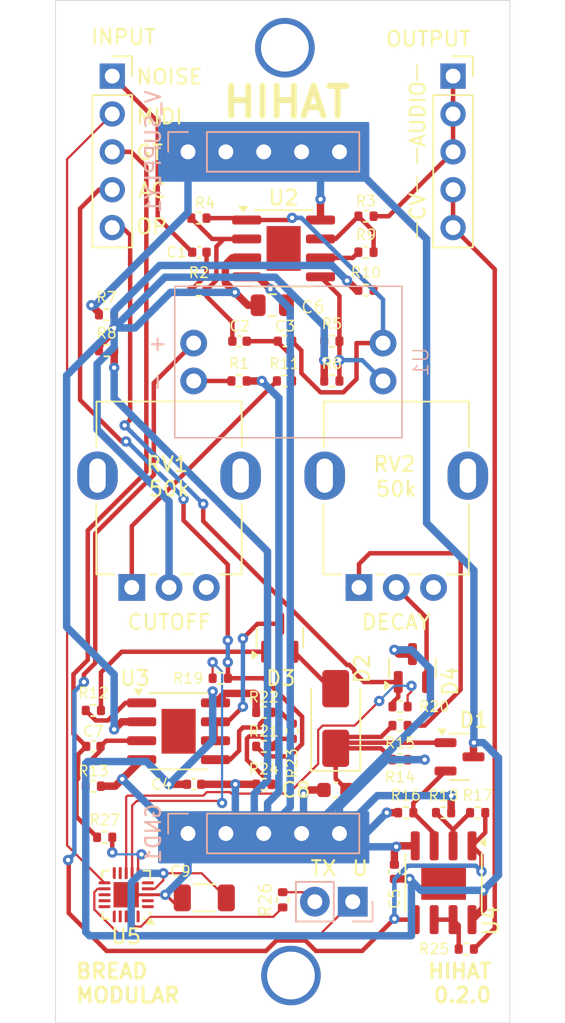
<source format=kicad_pcb>
(kicad_pcb (version 20240108) (generator "pcbnew") (generator_version "8.0")
  (layers (0 "F.Cu" signal) (31 "B.Cu" signal) (34 "B.Paste" user) (35 "F.Paste" user) (36 "B.SilkS" user "B.Silkscreen") (37 "F.SilkS" user "F.Silkscreen") (38 "B.Mask" user) (39 "F.Mask" user) (44 "Edge.Cuts" user))
  (net 0 "")
  (net 1 "GND")
  (net 2 "NOISE_IN")
  (net 3 "Net-(C1-Pad2)")
  (net 4 "Net-(U2A--)")
  (net 5 "Net-(C2-Pad2)")
  (net 6 "MIDI")
  (net 7 "FILTERED_NOISE")
  (net 8 "GATE_OPEN")
  (net 9 "V_MID")
  (net 10 "GATE_IN")
  (net 11 "Net-(U3A-+)")
  (net 12 "Net-(D2-K)")
  (net 13 "Net-(U4A-+)")
  (net 14 "PULSE_OUT")
  (net 15 "Net-(D3-K-Pad1)")
  (net 16 "Net-(D3-A)")
  (net 17 "Net-(D4-K-Pad2)")
  (net 18 "CV_ACCENT")
  (net 19 "CV_OUT")
  (net 20 "HIHAT_OUT")
  (net 21 "Net-(U1--)")
  (net 22 "Net-(R3-Pad1)")
  (net 23 "Net-(U2B-+)")
  (net 24 "Net-(U2B--)")
  (net 25 "Net-(R11-Pad1)")
  (net 26 "Net-(R12-Pad1)")
  (net 27 "Net-(R15-Pad1)")
  (net 28 "Net-(U4A--)")
  (net 29 "TRANSIENT_CV")
  (net 30 "Net-(R21-Pad1)")
  (net 31 "Net-(U3B-+)")
  (net 32 "Net-(U4B--)")
  (net 35 "V_SUPPLY")
  (net 36 "TX")
  (net 37 "MIDI_VELOCITY")
  (net 38 "MIDI_OPEN")
  (net 39 "Net-(U5-~{RESET}{slash}PA0)")
  (net 40 "MIDI_GATE")
  (net 53 "UDPI")
  (footprint "Capacitor_SMD:C_0402_1005Metric" (layer "F.Cu") (at 69.723 99.088 -90)
    (property "Reference" "C5")
    (property "Value" "0.1uf")
  )
  (footprint "Diode_SMD:D_SMA" (layer "F.Cu") (at 65.786 88.805 90)
    (property "Reference" "D2")
    (property "Value" "SS14")
  )
  (footprint "Capacitor_SMD:C_0402_1005Metric" (layer "F.Cu") (at 62.385 63.5)
    (property "Reference" "C3")
    (property "Value" "1nf")
  )
  (footprint "Resistor_SMD:R_0402_1005Metric" (layer "F.Cu") (at 62.865 89.66 90)
    (property "Reference" "R23")
    (property "Value" "1M")
  )
  (footprint "Resistor_SMD:R_0402_1005Metric" (layer "F.Cu") (at 62.23 100.967 90)
    (property "Reference" "R26")
    (property "Value" "4.7k")
  )
  (footprint "Capacitor_SMD:C_0805_2012Metric" (layer "F.Cu") (at 61.534 61.087 180)
    (property "Reference" "C6")
    (property "Value" "47uf")
  )
  (footprint "Resistor_SMD:R_0402_1005Metric" (layer "F.Cu") (at 75.309 95.123)
    (property "Reference" "R17")
    (property "Value" "100k")
  )
  (footprint "Resistor_SMD:R_0402_1005Metric" (layer "F.Cu") (at 58.045 86.106 180)
    (property "Reference" "R19")
    (property "Value" "10k")
  )
  (footprint "Resistor_SMD:R_0402_1005Metric" (layer "F.Cu") (at 60.962 90.678 180)
    (property "Reference" "R21")
    (property "Value" "100k")
  )
  (footprint "Resistor_SMD:R_0402_1005Metric" (layer "F.Cu") (at 67.818 57.531)
    (property "Reference" "R9")
    (property "Value" "22k")
  )
  (footprint "Capacitor_SMD:C_0603_1608Metric" (layer "F.Cu") (at 65.773 93.599)
    (property "Reference" "C8")
    (property "Value" "4.7uf")
  )
  (footprint "Capacitor_SMD:C_0402_1005Metric" (layer "F.Cu") (at 56.642 57.531)
    (property "Reference" "C1")
    (property "Value" "100pf")
  )
  (footprint "Resistor_SMD:R_0402_1005Metric" (layer "F.Cu") (at 50.292 96.774)
    (property "Reference" "R27")
    (property "Value" "10k")
  )
  (footprint "Resistor_SMD:R_0402_1005Metric" (layer "F.Cu") (at 50.417 61.722)
    (property "Reference" "R7")
    (property "Value" "1k")
  )
  (footprint "BreadModular_Pots:Potentiometer_RV09" (layer "F.Cu") (at 54.737 73.025)
    (property "Reference" "RV1")
    (property "Value" "50k")
  )
  (footprint "Resistor_SMD:R_0402_1005Metric" (layer "F.Cu") (at 73.023 95.123 180)
    (property "Reference" "R18")
    (property "Value" "100k")
  )
  (footprint "Resistor_SMD:R_0402_1005Metric" (layer "F.Cu") (at 59.305 66.167)
    (property "Reference" "R1")
    (property "Value" "330")
  )
  (footprint "Package_DFN_QFN:VQFN-20-1EP_3x3mm_P0.4mm_EP1.7x1.7mm" (layer "F.Cu") (at 51.733 100.628 180)
    (property "Reference" "U5")
    (property "Value" "ATtiny1616-M")
  )
  (footprint "Resistor_SMD:R_0402_1005Metric" (layer "F.Cu") (at 65.528 66.167)
    (property "Reference" "R6")
    (property "Value" "330")
  )
  (footprint "Resistor_SMD:R_0402_1005Metric" (layer "F.Cu") (at 65.528 63.5)
    (property "Reference" "R5")
    (property "Value" "330")
  )
  (footprint "Connector_PinSocket_2.54mm:PinSocket_1x05_P2.54mm_Vertical" (layer "F.Cu") (at 50.8 45.72)
    (property "Reference" "INPUT1")
    (property "Value" "Conn_01x05_Socket")
  )
  (footprint "Capacitor_SMD:C_1206_3216Metric" (layer "F.Cu") (at 56.974 100.838)
    (property "Reference" "C9")
    (property "Value" "100uf")
  )
  (footprint "Resistor_SMD:R_0402_1005Metric" (layer "F.Cu") (at 67.818 55.118)
    (property "Reference" "R3")
    (property "Value" "1k")
  )
  (footprint "Resistor_SMD:R_0402_1005Metric" (layer "F.Cu") (at 67.818 60.071)
    (property "Reference" "R10")
    (property "Value" "10k")
  )
  (footprint "Resistor_SMD:R_0402_1005Metric" (layer "F.Cu") (at 50.421 64.135)
    (property "Reference" "R8")
    (property "Value" "1k")
  )
  (footprint "Resistor_SMD:R_0402_1005Metric" (layer "F.Cu") (at 62.353 66.167)
    (property "Reference" "R11")
    (property "Value" "1k")
  )
  (footprint "Capacitor_SMD:C_0402_1005Metric" (layer "F.Cu") (at 49.532 90.678)
    (property "Reference" "C7")
    (property "Value" "10nf")
  )
  (footprint "Resistor_SMD:R_0402_1005Metric" (layer "F.Cu") (at 60.962 88.392 180)
    (property "Reference" "R22")
    (property "Value" "1M")
  )
  (footprint "Resistor_SMD:R_0402_1005Metric" (layer "F.Cu") (at 70.485 95.123)
    (property "Reference" "R16")
    (property "Value" "10k")
  )
  (footprint "Resistor_SMD:R_0402_1005Metric" (layer "F.Cu") (at 70.102 91.567 180)
    (property "Reference" "R14")
    (property "Value" "22k")
  )
  (footprint "Resistor_SMD:R_0402_1005Metric" (layer "F.Cu") (at 74.547 104.267)
    (property "Reference" "R25")
    (property "Value" "1k")
  )
  (footprint "BreadModular_Pots:Potentiometer_RV09" (layer "F.Cu") (at 69.977 73.028)
    (property "Reference" "RV2")
    (property "Value" "50k")
  )
  (footprint "Resistor_SMD:R_0402_1005Metric" (layer "F.Cu") (at 70.102 88.011 180)
    (property "Reference" "R20")
    (property "Value" "200k")
  )
  (footprint "Package_TO_SOT_SMD:SOT-23" (layer "F.Cu") (at 62.037 83.3905 90)
    (property "Reference" "D3")
    (property "Value" "SS8050")
  )
  (footprint "Package_TO_SOT_SMD:SOT-23" (layer "F.Cu") (at 74.0895 91.379)
    (property "Reference" "D1")
    (property "Value" "SS8050")
  )
  (footprint "Resistor_SMD:R_0402_1005Metric" (layer "F.Cu") (at 49.53 93.345 180)
    (property "Reference" "R13")
    (property "Value" "100k")
  )
  (footprint "Package_TO_SOT_SMD:SOT-23" (layer "F.Cu") (at 70.932 85.4225 90)
    (property "Reference" "D4")
    (property "Value" "SS8550")
  )
  (footprint "Resistor_SMD:R_0402_1005Metric" (layer "F.Cu") (at 70.102 89.281 180)
    (property "Reference" "R15")
    (property "Value" "330")
  )
  (footprint "Package_SO:SOIC-8-1EP_3.9x4.9mm_P1.27mm_EP2.29x3mm" (layer "F.Cu") (at 73.025 99.822 -90)
    (property "Reference" "U4")
    (property "Value" "MCP6002-xSN")
  )
  (footprint "Capacitor_SMD:C_0402_1005Metric" (layer "F.Cu") (at 59.335 63.5)
    (property "Reference" "C2")
    (property "Value" "1nf")
  )
  (footprint "Package_SO:SOIC-8-1EP_3.9x4.9mm_P1.27mm_EP2.29x3mm" (layer "F.Cu") (at 55.249 89.662)
    (property "Reference" "U3")
    (property "Value" "MCP6002-xSN")
  )
  (footprint "Capacitor_SMD:C_0402_1005Metric" (layer "F.Cu") (at 56.289 93.218 180)
    (property "Reference" "C4")
    (property "Value" "0.1uf")
  )
  (footprint "Connector_PinSocket_2.54mm:PinSocket_1x05_P2.54mm_Vertical" (layer "F.Cu") (at 73.66 45.72)
    (property "Reference" "OUTPUT1")
    (property "Value" "Conn_01x05_Socket")
  )
  (footprint "Resistor_SMD:R_0402_1005Metric" (layer "F.Cu") (at 60.962 93.218)
    (property "Reference" "R24")
    (property "Value" "100k")
  )
  (footprint "Resistor_SMD:R_0402_1005Metric" (layer "F.Cu") (at 56.612 55.245)
    (property "Reference" "R4")
    (property "Value" "200k")
  )
  (footprint "Package_SO:SOIC-8-1EP_3.9x4.9mm_P1.27mm_EP2.29x3mm" (layer "F.Cu") (at 62.292 57.277)
    (property "Reference" "U2")
    (property "Value" "MCP6002-xSN")
  )
  (footprint "Resistor_SMD:R_0402_1005Metric" (layer "F.Cu") (at 56.612 60.071)
    (property "Reference" "R2")
    (property "Value" "100k")
  )
  (footprint "Resistor_SMD:R_0402_1005Metric" (layer "F.Cu") (at 49.532 88.265)
    (property "Reference" "R12")
    (property "Value" "330")
  )
  (footprint "BreadModular_MISC:Conn_Holes_2" (layer "B.Cu") (at 66.929 101.092 90)
    (property "Reference" "V_SUPPLY2")
    (property "Value" "Conn_01x05_Pin")
  )
  (footprint "BreadModular_MISC:Power_Connector" (layer "B.Cu") (at 55.88 50.8 -90)
    (property "Reference" "V_SUPPLY1")
    (property "Value" "Conn_01x05_Pin")
  )
  (footprint "BreadModular_MISC:VTL5C" (layer "B.Cu") (at 62.611 64.897 -90)
    (property "Reference" "U1")
    (property "Value" "VTL5C")
  )
  (footprint "BreadModular_MISC:Power_Connector" (layer "B.Cu") (at 55.88 96.52 -90)
    (property "Reference" "GND1")
    (property "Value" "Conn_01x05_Pin")
  )
  (gr_poly (pts (xy 53.975 48.895) (xy 67.945 48.895) (xy 67.945 52.705) (xy 53.975 52.705)) (stroke (width 0.2)) (fill solid) (layer "B.Cu") (net 35))
  (gr_poly (pts (xy 53.975 95.123) (xy 67.945 95.123) (xy 67.945 98.425) (xy 53.975 98.425)) (stroke (width 0.2)) (fill solid) (layer "B.Cu") (net 1))
  (gr_line (start 71.247 53.467) (end 71.247 52.451) (stroke (width 0.1)) (layer "F.SilkS"))
  (gr_line (start 71.247 56.515) (end 71.247 55.499) (stroke (width 0.1)) (layer "F.SilkS"))
  (gr_line (start 71.247 51.562) (end 71.247 50.546) (stroke (width 0.1)) (layer "F.SilkS"))
  (gr_line (start 71.247 45.974) (end 71.247 44.958) (stroke (width 0.1)) (layer "F.SilkS"))
  (gr_line (start 46.99 109.22) (end 77.47 109.22) (stroke (width 0.05)) (layer "Edge.Cuts"))
  (gr_line (start 77.47 40.64) (end 46.99 40.64) (stroke (width 0.05)) (layer "Edge.Cuts"))
  (gr_line (start 46.99 40.64) (end 46.99 109.22) (stroke (width 0.05)) (layer "Edge.Cuts"))
  (gr_line (start 77.47 109.22) (end 77.47 40.64) (stroke (width 0.05)) (layer "Edge.Cuts"))
  (gr_text "CV" (at 71.882 54.483 90) (layer "F.SilkS") (effects (font (size 1 1)) (justify bottom)))
  (gr_text "INPUT" (at 49.276 43.688 0) (layer "F.SilkS") (effects (font (size 1 1)) (justify left bottom)))
  (gr_text "CUTOFF" (at 54.61 82.931 0) (layer "F.SilkS") (effects (font (size 1 1)) (justify bottom)))
  (gr_text "MIDI" (at 52.324 49.022 0) (layer "F.SilkS") (effects (font (size 1 1)) (justify left bottom)))
  (gr_text "AUDIO" (at 71.882 48.26 90) (layer "F.SilkS") (effects (font (size 1 1)) (justify bottom)))
  (gr_text "HIHAT\n0.2.0" (at 76.327 107.95 0) (layer "F.SilkS") (effects (font (size 1 1) (thickness 0.2) (bold yes)) (justify right bottom)))
  (gr_text "HIHAT" (at 58.039 48.641 0) (layer "F.SilkS") (effects (font (size 2 2) (thickness 0.4) (bold yes)) (justify left bottom)))
  (gr_text "U" (at 66.802 99.441 0) (layer "F.SilkS") (effects (font (size 1 1)) (justify left bottom)))
  (gr_text "DECAY" (at 69.85 82.931 0) (layer "F.SilkS") (effects (font (size 1 1)) (justify bottom)))
  (gr_text "NOISE" (at 52.324 46.355 0) (layer "F.SilkS") (effects (font (size 1 1)) (justify left bottom)))
  (gr_text "TX" (at 64.008 99.441 0) (layer "F.SilkS") (effects (font (size 1 1)) (justify left bottom)))
  (gr_text "GT" (at 52.324 51.435 0) (layer "F.SilkS") (effects (font (size 1 1)) (justify left bottom)))
  (gr_text "OUTPUT" (at 74.93 43.815 0) (layer "F.SilkS") (effects (font (size 1 1)) (justify right bottom)))
  (gr_text "AC" (at 52.451 53.975 0) (layer "F.SilkS") (effects (font (size 1 1)) (justify left bottom)))
  (gr_text "OP" (at 52.324 56.388 0) (layer "F.SilkS") (effects (font (size 1 1)) (justify left bottom)))
  (gr_text "BREAD\nMODULAR" (at 48.26 107.95 0) (layer "F.SilkS") (effects (font (size 1 1) (thickness 0.2) (bold yes)) (justify left bottom)))
  (via (at 62.784908 106.045) (size 4) (drill 3.2) (layers "F.Cu" "B.Cu") (net 0))
  (via (at 62.37758 43.815) (size 4) (drill 3.2) (layers "F.Cu" "B.Cu") (net 0))
  (segment (start 51.4695 92.8715) (end 52.774 91.567) (width 0.5) (layer "F.Cu") (net 1))
  (segment (start 69.723 98.608) (end 69.723 97.536) (width 0.5) (layer "F.Cu") (net 1))
  (segment (start 69.723 84.201) (end 69.85 84.328) (width 0.5) (layer "F.Cu") (net 1))
  (segment (start 55.88 96.52) (end 66.04 96.52) (width 0.5) (layer "F.Cu") (net 1))
  (segment (start 63.881 93.599) (end 64.998 93.599) (width 0.5) (layer "F.Cu") (net 1))
  (segment (start 50.931 65.274) (end 50.927 65.278) (width 0.5) (layer "F.Cu") (net 1))
  (segment (start 59.815 66.167) (end 60.833 66.167) (width 0.5) (layer "F.Cu") (net 1))
  (segment (start 71.12 97.347) (end 69.912 97.347) (width 0.5) (layer "F.Cu") (net 1))
  (segment (start 59.817 59.182) (end 60.579 59.182) (width 0.5) (layer "F.Cu") (net 1))
  (segment (start 50.931 64.135) (end 50.931 65.274) (width 0.5) (layer "F.Cu") (net 1))
  (segment (start 53.183 100.628) (end 54.356 100.628) (width 0.2) (layer "F.Cu") (net 1))
  (segment (start 73.533 95.123) (end 73.533 93.98) (width 0.5) (layer "F.Cu") (net 1))
  (segment (start 54.356 100.628) (end 54.4 100.628) (width 0.2) (layer "F.Cu") (net 1))
  (segment (start 50.04 93.345) (end 50.996 93.345) (width 0.5) (layer "F.Cu") (net 1))
  (segment (start 69.912 97.347) (end 69.85 97.409) (width 0.5) (layer "F.Cu") (net 1))
  (segment (start 70.007 84.485) (end 69.723 84.201) (width 0.5) (layer "F.Cu") (net 1))
  (segment (start 60.452 93.218) (end 59.055 93.218) (width 0.5) (layer "F.Cu") (net 1))
  (segment (start 60.579 59.182) (end 61.4045 60.0075) (width 0.5) (layer "F.Cu") (net 1))
  (segment (start 69.723 97.536) (end 69.85 97.409) (width 0.5) (layer "F.Cu") (net 1))
  (segment (start 69.975 95.123) (end 69.215 95.123) (width 0.5) (layer "F.Cu") (net 1))
  (segment (start 50.996 93.345) (end 51.4695 92.8715) (width 0.5) (layer "F.Cu") (net 1))
  (segment (start 63.627 93.853) (end 63.881 93.599) (width 0.5) (layer "F.Cu") (net 1))
  (segment (start 56.769 93.218) (end 59.055 93.218) (width 0.5) (layer "F.Cu") (net 1))
  (segment (start 70.612 91.567) (end 71.755 91.567) (width 0.5) (layer "F.Cu") (net 1))
  (segment (start 53.183 100.628) (end 51.733 100.628) (width 0.2) (layer "F.Cu") (net 1))
  (segment (start 54.4 100.628) (end 55.245 101.473) (width 0.2) (layer "F.Cu") (net 1))
  (segment (start 70.932 84.485) (end 70.007 84.485) (width 0.5) (layer "F.Cu") (net 1))
  (segment (start 61.4045 60.0075) (end 62.484 61.087) (width 0.5) (layer "F.Cu") (net 1))
  (via (at 59.055 93.218) (size 0.7) (drill 0.3) (layers "F.Cu" "B.Cu") (net 1))
  (via (at 69.215 95.123) (size 0.7) (drill 0.3) (layers "F.Cu" "B.Cu") (net 1))
  (via (at 61.4045 60.0075) (size 0.7) (drill 0.3) (layers "F.Cu" "B.Cu") (net 1))
  (via (at 69.85 97.409) (size 0.7) (drill 0.3) (layers "F.Cu" "B.Cu") (net 1))
  (via (at 69.723 84.201) (size 0.7) (drill 0.3) (layers "F.Cu" "B.Cu") (net 1))
  (via (at 63.627 93.853) (size 0.7) (drill 0.3) (layers "F.Cu" "B.Cu") (net 1))
  (via (at 60.833 66.167) (size 0.7) (drill 0.3) (layers "F.Cu" "B.Cu") (net 1))
  (via (at 51.4695 92.8715) (size 0.7) (drill 0.3) (layers "F.Cu" "B.Cu") (net 1))
  (via (at 73.533 93.98) (size 0.7) (drill 0.3) (layers "F.Cu" "B.Cu") (net 1))
  (via (at 71.755 91.567) (size 0.7) (drill 0.3) (layers "F.Cu" "B.Cu") (net 1))
  (via (at 54.356 100.628) (size 0.7) (drill 0.3) (layers "F.Cu" "B.Cu") (net 1))
  (via (at 50.927 65.278) (size 0.7) (drill 0.3) (layers "F.Cu" "B.Cu") (net 1))
  (segment (start 66.04 94.742) (end 66.04 96.52) (width 0.5) (layer "B.Cu") (net 1))
  (segment (start 61.214 92.964) (end 60.325 93.853) (width 0.5) (layer "B.Cu") (net 1))
  (segment (start 63.627 93.853) (end 63.627 96.393) (width 0.5) (layer "B.Cu") (net 1))
  (segment (start 50.927 67.31) (end 61.214 77.597) (width 0.5) (layer "B.Cu") (net 1))
  (segment (start 55.118 96.52) (end 55.88 96.52) (width 0.5) (layer "B.Cu") (net 1))
  (segment (start 61.4045 60.0075) (end 62.738 61.341) (width 0.5) (layer "B.Cu") (net 1))
  (segment (start 70.866 84.201) (end 72.136 85.471) (width 0.5) (layer "B.Cu") (net 1))
  (segment (start 60.325 95.885) (end 60.96 96.52) (width 0.5) (layer "B.Cu") (net 1))
  (segment (start 54.356 100.628) (end 55.88 99.104) (width 0.5) (layer "B.Cu") (net 1))
  (segment (start 61.976 93.726) (end 61.22 94.482) (width 0.5) (layer "B.Cu") (net 1))
  (segment (start 69.85 97.409) (end 66.929 97.409) (width 0.5) (layer "B.Cu") (net 1))
  (segment (start 61.976 67.31) (end 61.976 93.726) (width 0.5) (layer "B.Cu") (net 1))
  (segment (start 60.833 66.167) (end 61.976 67.31) (width 0.5) (layer "B.Cu") (net 1))
  (segment (start 51.4695 92.8715) (end 55.118 96.52) (width 0.5) (layer "B.Cu") (net 1))
  (segment (start 64.897 95.504) (end 64.516 95.504) (width 0.5) (layer "B.Cu") (net 1))
  (segment (start 69.215 95.123) (end 67.818 96.52) (width 0.5) (layer "B.Cu") (net 1))
  (segment (start 72.009 88.392) (end 64.897 95.504) (width 0.5) (layer "B.Cu") (net 1))
  (segment (start 63.627 96.393) (end 63.5 96.52) (width 0.5) (layer "B.Cu") (net 1))
  (segment (start 61.22 94.482) (end 61.22 96.26) (width 0.5) (layer "B.Cu") (net 1))
  (segment (start 72.136 88.392) (end 72.009 88.392) (width 0.5) (layer "B.Cu") (net 1))
  (segment (start 62.738 94.742) (end 60.96 96.52) (width 0.5) (layer "B.Cu") (net 1))
  (segment (start 67.818 96.52) (end 66.04 96.52) (width 0.5) (layer "B.Cu") (net 1))
  (segment (start 69.215 91.567) (end 66.04 94.742) (width 0.5) (layer "B.Cu") (net 1))
  (segment (start 55.88 99.104) (end 55.88 96.52) (width 0.5) (layer "B.Cu") (net 1))
  (segment (start 59.055 93.218) (end 59.055 95.885) (width 0.5) (layer "B.Cu") (net 1))
  (segment (start 50.927 65.278) (end 50.927 67.31) (width 0.5) (layer "B.Cu") (net 1))
  (segment (start 68.58 93.98) (end 66.04 96.52) (width 0.5) (layer "B.Cu") (net 1))
  (segment (start 66.929 97.409) (end 66.04 96.52) (width 0.5) (layer "B.Cu") (net 1))
  (segment (start 60.325 93.853) (end 60.325 95.885) (width 0.5) (layer "B.Cu") (net 1))
  (segment (start 59.055 95.885) (end 58.42 96.52) (width 0.5) (layer "B.Cu") (net 1))
  (segment (start 61.214 77.597) (end 61.214 92.964) (width 0.5) (layer "B.Cu") (net 1))
  (segment (start 61.22 96.26) (end 60.96 96.52) (width 0.5) (layer "B.Cu") (net 1))
  (segment (start 64.516 95.504) (end 63.5 96.52) (width 0.5) (layer "B.Cu") (net 1))
  (segment (start 69.723 84.201) (end 70.866 84.201) (width 0.5) (layer "B.Cu") (net 1))
  (segment (start 62.738 61.341) (end 62.738 94.742) (width 0.5) (layer "B.Cu") (net 1))
  (segment (start 73.533 93.98) (end 68.58 93.98) (width 0.5) (layer "B.Cu") (net 1))
  (segment (start 71.755 91.567) (end 69.215 91.567) (width 0.5) (layer "B.Cu") (net 1))
  (segment (start 72.136 85.471) (end 72.136 88.392) (width 0.5) (layer "B.Cu") (net 1))
  (segment (start 53.848 55.217) (end 56.162 57.531) (width 0.3) (layer "F.Cu") (net 2))
  (segment (start 53.848 48.768) (end 53.848 55.217) (width 0.3) (layer "F.Cu") (net 2))
  (segment (start 50.8 45.72) (end 53.848 48.768) (width 0.3) (layer "F.Cu") (net 2))
  (segment (start 57.122 59.051) (end 56.102 60.071) (width 0.3) (layer "F.Cu") (net 3))
  (segment (start 57.122 57.531) (end 57.122 59.051) (width 0.3) (layer "F.Cu") (net 3))
  (segment (start 57.785 59.408) (end 57.785 57.15) (width 0.3) (layer "F.Cu") (net 4))
  (segment (start 57.785 57.15) (end 58.293 56.642) (width 0.3) (layer "F.Cu") (net 4))
  (segment (start 58.293 56.642) (end 59.817 56.642) (width 0.3) (layer "F.Cu") (net 4))
  (segment (start 57.122 60.071) (end 57.122 60.491) (width 0.3) (layer "F.Cu") (net 4))
  (segment (start 58.855 62.224) (end 57.122 60.491) (width 0.3) (layer "F.Cu") (net 4))
  (segment (start 56.102 55.245) (end 57.499 56.642) (width 0.3) (layer "F.Cu") (net 4))
  (segment (start 57.499 56.642) (end 59.817 56.642) (width 0.3) (layer "F.Cu") (net 4))
  (segment (start 58.855 63.5) (end 58.855 62.224) (width 0.3) (layer "F.Cu") (net 4))
  (segment (start 57.122 60.071) (end 57.785 59.408) (width 0.3) (layer "F.Cu") (net 4))
  (segment (start 61.905 63.5) (end 61.905 63.562) (width 0.3) (layer "F.Cu") (net 5))
  (segment (start 62.863 64.52) (end 62.863 66.167) (width 0.3) (layer "F.Cu") (net 5))
  (segment (start 61.905 63.562) (end 62.863 64.52) (width 0.3) (layer "F.Cu") (net 5))
  (segment (start 59.815 63.5) (end 61.905 63.5) (width 0.3) (layer "F.Cu") (net 5))
  (segment (start 50.283 99.828) (end 47.771975 97.316975) (width 0.15) (layer "F.Cu") (net 6))
  (segment (start 47.771975 97.316975) (end 47.771975 51.288025) (width 0.15) (layer "F.Cu") (net 6))
  (segment (start 47.771975 51.288025) (end 50.8 48.26) (width 0.15) (layer "F.Cu") (net 6))
  (segment (start 67.183 66.04) (end 67.183 63.627) (width 0.3) (layer "F.Cu") (net 7))
  (segment (start 62.865 63.5) (end 63.483 64.118) (width 0.3) (layer "F.Cu") (net 7))
  (segment (start 59.817 55.372) (end 62.719998 55.372) (width 0.3) (layer "F.Cu") (net 7))
  (segment (start 67.183 63.627) (end 68.961 63.627) (width 0.3) (layer "F.Cu") (net 7))
  (segment (start 57.122 55.245) (end 59.69 55.245) (width 0.3) (layer "F.Cu") (net 7))
  (segment (start 66.294 66.929) (end 67.183 66.04) (width 0.3) (layer "F.Cu") (net 7))
  (segment (start 59.69 55.245) (end 59.817 55.372) (width 0.3) (layer "F.Cu") (net 7))
  (segment (start 62.719998 55.372) (end 62.865 55.226998) (width 0.3) (layer "F.Cu") (net 7))
  (segment (start 63.483 64.118) (end 63.483 65.641634) (width 0.3) (layer "F.Cu") (net 7))
  (segment (start 63.483 65.641634) (end 64.770366 66.929) (width 0.3) (layer "F.Cu") (net 7))
  (segment (start 64.770366 66.929) (end 66.294 66.929) (width 0.3) (layer "F.Cu") (net 7))
  (via (at 62.865 55.226998) (size 0.7) (drill 0.3) (layers "F.Cu" "B.Cu") (net 7))
  (segment (start 68.961 60.706) (end 68.961 63.627) (width 0.3) (layer "B.Cu") (net 7))
  (segment (start 63.481998 55.226998) (end 68.961 60.706) (width 0.3) (layer "B.Cu") (net 7))
  (segment (start 62.865 55.226998) (end 63.481998 55.226998) (width 0.3) (layer "B.Cu") (net 7))
  (segment (start 52 68.777) (end 52 56.388) (width 0.3) (layer "F.Cu") (net 8))
  (segment (start 69.982 87.367) (end 69.592 87.757) (width 0.3) (layer "F.Cu") (net 8))
  (segment (start 69.982 86.36) (end 69.982 87.367) (width 0.3) (layer "F.Cu") (net 8))
  (segment (start 66.691456 85.205) (end 67.036 85.549544) (width 0.3) (layer "F.Cu") (net 8))
  (segment (start 67.691 86.36) (end 69.982 86.36) (width 0.3) (layer "F.Cu") (net 8))
  (segment (start 56.901814 75.570814) (end 66.536 85.205) (width 0.3) (layer "F.Cu") (net 8))
  (segment (start 51.492 55.88) (end 52 56.388) (width 0.3) (layer "F.Cu") (net 8))
  (segment (start 51.631314 69.145686) (end 52 68.777) (width 0.3) (layer "F.Cu") (net 8))
  (segment (start 66.536 85.205) (end 66.691456 85.205) (width 0.3) (layer "F.Cu") (net 8))
  (segment (start 67.036 85.549544) (end 67.036 85.705) (width 0.3) (layer "F.Cu") (net 8))
  (segment (start 67.036 85.705) (end 67.691 86.36) (width 0.3) (layer "F.Cu") (net 8))
  (segment (start 50.8 55.88) (end 51.492 55.88) (width 0.3) (layer "F.Cu") (net 8))
  (segment (start 56.901814 74.416186) (end 56.901814 75.570814) (width 0.3) (layer "F.Cu") (net 8))
  (via (at 56.901814 74.416186) (size 0.7) (drill 0.3) (layers "F.Cu" "B.Cu") (net 8))
  (via (at 51.631314 69.145686) (size 0.7) (drill 0.3) (layers "F.Cu" "B.Cu") (net 8))
  (segment (start 56.901814 74.416186) (end 51.631314 69.145686) (width 0.3) (layer "B.Cu") (net 8))
  (segment (start 67.183 60.071) (end 66.548 59.436) (width 0.5) (layer "F.Cu") (net 9))
  (segment (start 49.911 63.815001) (end 50.927 62.799001) (width 0.5) (layer "F.Cu") (net 9))
  (segment (start 59.817 57.912) (end 58.842001 57.912) (width 0.5) (layer "F.Cu") (net 9))
  (segment (start 49.911 64.135) (end 49.911 63.815001) (width 0.5) (layer "F.Cu") (net 9))
  (segment (start 50.927 62.611) (end 50.927 61.722) (width 0.5) (layer "F.Cu") (net 9))
  (segment (start 51.435 89.027) (end 50.927 89.535) (width 0.5) (layer "F.Cu") (net 9))
  (segment (start 58.385 59.577684) (end 59.030158 60.222842) (width 0.5) (layer "F.Cu") (net 9))
  (segment (start 65.018 63.5) (end 65.018 64.77) (width 0.5) (layer "F.Cu") (net 9))
  (segment (start 50.927 62.799001) (end 50.927 62.611) (width 0.5) (layer "F.Cu") (net 9))
  (segment (start 65.018 64.77) (end 65.018 66.167) (width 0.5) (layer "F.Cu") (net 9))
  (segment (start 58.842001 57.912) (end 58.385 58.369001) (width 0.5) (layer "F.Cu") (net 9))
  (segment (start 58.385 58.369001) (end 58.385 59.577684) (width 0.5) (layer "F.Cu") (net 9))
  (segment (start 59.030158 60.222842) (end 59.894316 61.087) (width 0.5) (layer "F.Cu") (net 9))
  (segment (start 59.894316 61.087) (end 60.584 61.087) (width 0.5) (layer "F.Cu") (net 9))
  (segment (start 67.308 60.071) (end 67.183 60.071) (width 0.5) (layer "F.Cu") (net 9))
  (segment (start 52.774 89.027) (end 51.435 89.027) (width 0.5) (layer "F.Cu") (net 9))
  (via (at 50.927 89.535) (size 0.7) (drill 0.3) (layers "F.Cu" "B.Cu") (net 9))
  (via (at 59.030158 60.222842) (size 0.7) (drill 0.3) (layers "F.Cu" "B.Cu") (net 9))
  (via (at 66.548 59.436) (size 0.7) (drill 0.3) (layers "F.Cu" "B.Cu") (net 9))
  (via (at 65.018 64.77) (size 0.7) (drill 0.3) (layers "F.Cu" "B.Cu") (net 9))
  (via (at 50.927 62.611) (size 0.7) (drill 0.3) (layers "F.Cu" "B.Cu") (net 9))
  (segment (start 61.735871 59.2075) (end 54.3305 59.2075) (width 0.5) (layer "B.Cu") (net 9))
  (segment (start 53.975 58.42) (end 50.927 61.468) (width 0.5) (layer "B.Cu") (net 9))
  (segment (start 47.74 65.798) (end 50.927 62.611) (width 0.5) (layer "B.Cu") (net 9))
  (segment (start 65.018 64.77) (end 65.018 62.489629) (width 0.5) (layer "B.Cu") (net 9))
  (segment (start 65.018 62.489629) (end 61.735871 59.2075) (width 0.5) (layer "B.Cu") (net 9))
  (segment (start 50.927 61.468) (end 50.927 62.611) (width 0.5) (layer "B.Cu") (net 9))
  (segment (start 54.61 74.245693) (end 49.784 69.419693) (width 0.5) (layer "B.Cu") (net 9))
  (segment (start 65.532 58.42) (end 53.975 58.42) (width 0.5) (layer "B.Cu") (net 9))
  (segment (start 47.74 82.665) (end 47.74 65.798) (width 0.5) (layer "B.Cu") (net 9))
  (segment (start 52.324 62.611) (end 50.927 62.611) (width 0.5) (layer "B.Cu") (net 9))
  (segment (start 54.61 80.017) (end 54.61 74.245693) (width 0.5) (layer "B.Cu") (net 9))
  (segment (start 50.927 63.881) (end 50.927 62.611) (width 0.5) (layer "B.Cu") (net 9))
  (segment (start 54.712158 60.222842) (end 52.324 62.611) (width 0.5) (layer "B.Cu") (net 9))
  (segment (start 50.927 89.535) (end 50.927 85.852) (width 0.5) (layer "B.Cu") (net 9))
  (segment (start 49.784 69.419693) (end 49.784 65.024) (width 0.5) (layer "B.Cu") (net 9))
  (segment (start 50.927 85.852) (end 47.74 82.665) (width 0.5) (layer "B.Cu") (net 9))
  (segment (start 59.030158 60.222842) (end 54.712158 60.222842) (width 0.5) (layer "B.Cu") (net 9))
  (segment (start 54.3305 59.2075) (end 50.927 62.611) (width 0.5) (layer "B.Cu") (net 9))
  (segment (start 49.784 65.024) (end 50.927 63.881) (width 0.5) (layer "B.Cu") (net 9))
  (segment (start 66.548 59.436) (end 65.532 58.42) (width 0.5) (layer "B.Cu") (net 9))
  (segment (start 48.514 92.841366) (end 48.4 92.955366) (width 0.3) (layer "F.Cu") (net 10))
  (segment (start 48.196975 89.822975) (end 49.052 90.678) (width 0.3) (layer "F.Cu") (net 10))
  (segment (start 48.514 91.216) (end 48.514 92.841366) (width 0.3) (layer "F.Cu") (net 10))
  (segment (start 49.052 90.678) (end 48.514 91.216) (width 0.3) (layer "F.Cu") (net 10))
  (segment (start 52.07 50.8) (end 53.086 51.816) (width 0.3) (layer "F.Cu") (net 10))
  (segment (start 49.157 76.191999) (end 49.157 84.882894) (width 0.3) (layer "F.Cu") (net 10))
  (segment (start 48.196975 85.842919) (end 48.196975 89.822975) (width 0.3) (layer "F.Cu") (net 10))
  (segment (start 48.4 95.392) (end 49.782 96.774) (width 0.3) (layer "F.Cu") (net 10))
  (segment (start 49.157 84.882894) (end 48.196975 85.842919) (width 0.3) (layer "F.Cu") (net 10))
  (segment (start 53.086 72.263) (end 49.449893 75.899106) (width 0.3) (layer "F.Cu") (net 10))
  (segment (start 48.4 92.955366) (end 48.4 95.392) (width 0.3) (layer "F.Cu") (net 10))
  (segment (start 49.449893 75.899106) (end 49.157 76.191999) (width 0.3) (layer "F.Cu") (net 10))
  (segment (start 50.8 50.8) (end 52.07 50.8) (width 0.3) (layer "F.Cu") (net 10))
  (segment (start 53.086 51.816) (end 53.086 72.263) (width 0.3) (layer "F.Cu") (net 10))
  (segment (start 52.774 90.297) (end 50.393 90.297) (width 0.3) (layer "F.Cu") (net 11))
  (segment (start 50.012 90.958) (end 49.02 91.95) (width 0.3) (layer "F.Cu") (net 11))
  (segment (start 50.393 90.297) (end 50.012 90.678) (width 0.3) (layer "F.Cu") (net 11))
  (segment (start 49.02 91.95) (end 49.02 93.345) (width 0.3) (layer "F.Cu") (net 11))
  (segment (start 50.012 90.678) (end 50.012 90.958) (width 0.3) (layer "F.Cu") (net 11))
  (segment (start 69.592 89.281) (end 68.83 90.043) (width 0.3) (layer "F.Cu") (net 12))
  (segment (start 68.83 90.043) (end 66.548 90.043) (width 0.3) (layer "F.Cu") (net 12))
  (segment (start 68.83 90.805) (end 69.592 91.567) (width 0.3) (layer "F.Cu") (net 12))
  (segment (start 73.152 90.429) (end 66.162 90.429) (width 0.3) (layer "F.Cu") (net 12))
  (segment (start 65.786 90.805) (end 68.83 90.805) (width 0.3) (layer "F.Cu") (net 12))
  (segment (start 66.162 90.429) (end 65.786 90.805) (width 0.3) (layer "F.Cu") (net 12))
  (segment (start 65.786 92.837) (end 66.548 93.599) (width 0.3) (layer "F.Cu") (net 12))
  (segment (start 65.786 90.805) (end 65.786 92.837) (width 0.3) (layer "F.Cu") (net 12))
  (segment (start 66.548 90.043) (end 65.786 90.805) (width 0.3) (layer "F.Cu") (net 12))
  (segment (start 72.39 97.347) (end 72.39 96.518) (width 0.3) (layer "F.Cu") (net 13))
  (segment (start 73.152 92.329) (end 70.995 94.486) (width 0.3) (layer "F.Cu") (net 13))
  (segment (start 70.995 94.486) (end 70.995 95.123) (width 0.3) (layer "F.Cu") (net 13))
  (segment (start 72.39 96.518) (end 70.995 95.123) (width 0.3) (layer "F.Cu") (net 13))
  (segment (start 65.786 86.805) (end 65.464 86.805) (width 0.3) (layer "F.Cu") (net 14))
  (segment (start 65.464 86.805) (end 62.987 84.328) (width 0.3) (layer "F.Cu") (net 14))
  (segment (start 50.042 85.721) (end 51.435 84.328) (width 0.3) (layer "F.Cu") (net 15))
  (segment (start 51.435 84.328) (end 61.087 84.328) (width 0.3) (layer "F.Cu") (net 15))
  (segment (start 50.042 88.265) (end 50.042 85.721) (width 0.3) (layer "F.Cu") (net 15))
  (segment (start 57.724 89.027) (end 57.724 90.297) (width 0.3) (layer "F.Cu") (net 16))
  (segment (start 60.549 82.453) (end 62.037 82.453) (width 0.3) (layer "F.Cu") (net 16))
  (segment (start 59.563 83.439) (end 60.549 82.453) (width 0.3) (layer "F.Cu") (net 16))
  (segment (start 58.547 89.027) (end 57.724 89.027) (width 0.3) (layer "F.Cu") (net 16))
  (segment (start 59.563 88.011) (end 58.547 89.027) (width 0.3) (layer "F.Cu") (net 16))
  (via (at 59.563 83.439) (size 0.7) (drill 0.3) (layers "F.Cu" "B.Cu") (net 16))
  (via (at 59.563 88.011) (size 0.7) (drill 0.3) (layers "F.Cu" "B.Cu") (net 16))
  (segment (start 59.563 88.011) (end 59.563 83.439) (width 0.3) (layer "B.Cu") (net 16))
  (segment (start 71.882 82.052) (end 69.85 80.02) (width 0.3) (layer "F.Cu") (net 17))
  (segment (start 71.882 86.36) (end 71.882 82.052) (width 0.3) (layer "F.Cu") (net 17))
  (segment (start 55.581339 74.085661) (end 55.581339 75.520339) (width 0.3) (layer "F.Cu") (net 18))
  (segment (start 51.72344 70.227762) (end 51.431762 70.227762) (width 0.3) (layer "F.Cu") (net 18))
  (segment (start 63.535 90.516) (end 63.535 88.681) (width 0.3) (layer "F.Cu") (net 18))
  (segment (start 58.547 78.486) (end 58.547 83.566) (width 0.3) (layer "F.Cu") (net 18))
  (segment (start 62.703 91.348) (end 63.535 90.516) (width 0.3) (layer "F.Cu") (net 18))
  (segment (start 61.122 91.348) (end 62.703 91.348) (width 0.3) (layer "F.Cu") (net 18))
  (segment (start 48.641 54.61) (end 49.911 53.34) (width 0.3) (layer "F.Cu") (net 18))
  (segment (start 49.911 53.34) (end 50.8 53.34) (width 0.3) (layer "F.Cu") (net 18))
  (segment (start 60.452 90.678) (end 61.122 91.348) (width 0.3) (layer "F.Cu") (net 18))
  (segment (start 55.581339 75.520339) (end 58.547 78.486) (width 0.3) (layer "F.Cu") (net 18))
  (segment (start 48.641 67.437) (end 48.641 54.61) (width 0.3) (layer "F.Cu") (net 18))
  (segment (start 60.96 86.106) (end 58.555 86.106) (width 0.3) (layer "F.Cu") (net 18))
  (segment (start 58.555 85.036) (end 58.547 85.028) (width 0.3) (layer "F.Cu") (net 18))
  (segment (start 58.555 86.106) (end 58.555 85.036) (width 0.3) (layer "F.Cu") (net 18))
  (segment (start 51.431762 70.227762) (end 48.641 67.437) (width 0.3) (layer "F.Cu") (net 18))
  (segment (start 63.535 88.681) (end 60.96 86.106) (width 0.3) (layer "F.Cu") (net 18))
  (via (at 58.547 83.566) (size 0.7) (drill 0.3) (layers "F.Cu" "B.Cu") (net 18))
  (via (at 51.72344 70.227762) (size 0.7) (drill 0.3) (layers "F.Cu" "B.Cu") (net 18))
  (via (at 55.581339 74.085661) (size 0.7) (drill 0.3) (layers "F.Cu" "B.Cu") (net 18))
  (via (at 58.547 85.028) (size 0.7) (drill 0.3) (layers "F.Cu" "B.Cu") (net 18))
  (segment (start 58.547 85.028) (end 58.547 83.566) (width 0.3) (layer "B.Cu") (net 18))
  (segment (start 55.581339 73.996339) (end 55.581339 74.085661) (width 0.3) (layer "B.Cu") (net 18))
  (segment (start 51.812762 70.227762) (end 55.581339 73.996339) (width 0.3) (layer "B.Cu") (net 18))
  (segment (start 51.72344 70.227762) (end 51.812762 70.227762) (width 0.3) (layer "B.Cu") (net 18))
  (segment (start 76.454 102.87) (end 76.454 58.674) (width 0.3) (layer "F.Cu") (net 19))
  (segment (start 75.057 104.267) (end 76.454 102.87) (width 0.3) (layer "F.Cu") (net 19))
  (segment (start 73.66 53.34) (end 73.66 55.88) (width 0.3) (layer "F.Cu") (net 19))
  (segment (start 76.454 58.674) (end 73.66 55.88) (width 0.3) (layer "F.Cu") (net 19))
  (segment (start 73.66 45.72) (end 73.66 50.8) (width 0.3) (layer "F.Cu") (net 20))
  (segment (start 68.328 55.118) (end 69.342 55.118) (width 0.3) (layer "F.Cu") (net 20))
  (segment (start 69.342 55.118) (end 73.66 50.8) (width 0.3) (layer "F.Cu") (net 20))
  (segment (start 58.795 66.167) (end 56.261 66.167) (width 0.3) (layer "F.Cu") (net 21))
  (segment (start 68.328 57.531) (end 68.328 56.138) (width 0.3) (layer "F.Cu") (net 22))
  (segment (start 68.328 56.138) (end 67.308 55.118) (width 0.3) (layer "F.Cu") (net 22))
  (segment (start 64.767 56.642) (end 65.784 56.642) (width 0.3) (layer "F.Cu") (net 22))
  (segment (start 65.784 56.642) (end 67.308 55.118) (width 0.3) (layer "F.Cu") (net 22))
  (segment (start 66.038 64.77) (end 66.038 66.167) (width 0.3) (layer "F.Cu") (net 23))
  (segment (start 64.767 59.182) (end 66.038 60.453) (width 0.3) (layer "F.Cu") (net 23))
  (segment (start 66.038 63.5) (end 66.038 64.77) (width 0.3) (layer "F.Cu") (net 23))
  (segment (start 66.038 60.453) (end 66.038 63.5) (width 0.3) (layer "F.Cu") (net 23))
  (via (at 66.038 64.77) (size 0.7) (drill 0.3) (layers "F.Cu" "B.Cu") (net 23))
  (segment (start 67.564 64.77) (end 68.961 66.167) (width 0.3) (layer "B.Cu") (net 23))
  (segment (start 66.038 64.77) (end 67.564 64.77) (width 0.3) (layer "B.Cu") (net 23))
  (segment (start 66.927 57.912) (end 67.308 57.531) (width 0.3) (layer "F.Cu") (net 24))
  (segment (start 66.169 57.912) (end 65.913 57.912) (width 0.3) (layer "F.Cu") (net 24))
  (segment (start 68.328 60.071) (end 66.169 57.912) (width 0.3) (layer "F.Cu") (net 24))
  (segment (start 64.767 57.912) (end 65.913 57.912) (width 0.3) (layer "F.Cu") (net 24))
  (segment (start 65.913 57.912) (end 66.927 57.912) (width 0.3) (layer "F.Cu") (net 24))
  (segment (start 52.11 75.9) (end 52.11 80.017) (width 0.3) (layer "F.Cu") (net 25))
  (segment (start 61.843 66.167) (end 52.11 75.9) (width 0.3) (layer "F.Cu") (net 25))
  (segment (start 49.692 88.935) (end 50.511 88.935) (width 0.3) (layer "F.Cu") (net 26))
  (segment (start 49.022 88.265) (end 49.692 88.935) (width 0.3) (layer "F.Cu") (net 26))
  (segment (start 50.511 88.935) (end 51.689 87.757) (width 0.3) (layer "F.Cu") (net 26))
  (segment (start 51.689 87.757) (end 52.774 87.757) (width 0.3) (layer "F.Cu") (net 26))
  (segment (start 74.168 78.105) (end 73.787 77.724) (width 0.3) (layer "F.Cu") (net 27))
  (segment (start 67.35 78.446) (end 67.35 80.02) (width 0.3) (layer "F.Cu") (net 27))
  (segment (start 74.168 86.868) (end 74.168 78.105) (width 0.3) (layer "F.Cu") (net 27))
  (segment (start 68.072 77.724) (end 67.35 78.446) (width 0.3) (layer "F.Cu") (net 27))
  (segment (start 71.755 89.281) (end 74.168 86.868) (width 0.3) (layer "F.Cu") (net 27))
  (segment (start 73.787 77.724) (end 68.072 77.724) (width 0.3) (layer "F.Cu") (net 27))
  (segment (start 70.612 89.281) (end 71.755 89.281) (width 0.3) (layer "F.Cu") (net 27))
  (segment (start 73.66 96.27) (end 73.66 97.347) (width 0.3) (layer "F.Cu") (net 28))
  (segment (start 72.513 95.123) (end 73.66 96.27) (width 0.3) (layer "F.Cu") (net 28))
  (segment (start 73.66 96.262) (end 73.66 97.347) (width 0.3) (layer "F.Cu") (net 28))
  (segment (start 74.799 95.123) (end 73.66 96.262) (width 0.3) (layer "F.Cu") (net 28))
  (segment (start 47.879 101.854) (end 50.419 104.394) (width 0.3) (layer "F.Cu") (net 29))
  (segment (start 75.565 97.982) (end 74.93 97.347) (width 0.3) (layer "F.Cu") (net 29))
  (segment (start 49.657 85.09) (end 49.657 76.399106) (width 0.3) (layer "F.Cu") (net 29))
  (segment (start 50.419 104.394) (end 61.112506 104.394) (width 0.3) (layer "F.Cu") (net 29))
  (segment (start 71.12 102.297) (end 69.785 102.297) (width 0.3) (layer "F.Cu") (net 29))
  (segment (start 47.84 98.298) (end 47.879 98.337) (width 0.3) (layer "F.Cu") (net 29))
  (segment (start 69.785 102.297) (end 69.723 102.235) (width 0.3) (layer "F.Cu") (net 29))
  (segment (start 75.819 95.123) (end 75.819 96.458) (width 0.3) (layer "F.Cu") (net 29))
  (segment (start 61.112506 104.394) (end 61.811506 103.695) (width 0.3) (layer "F.Cu") (net 29))
  (segment (start 75.565 99.06) (end 75.565 97.982) (width 0.3) (layer "F.Cu") (net 29))
  (segment (start 48.896975 86.36) (end 48.896975 85.850025) (width 0.3) (layer "F.Cu") (net 29))
  (segment (start 53.586 72.470106) (end 53.586 66.302) (width 0.3) (layer "F.Cu") (net 29))
  (segment (start 48.896975 85.850025) (end 49.657 85.09) (width 0.3) (layer "F.Cu") (net 29))
  (segment (start 47.879 98.337) (end 47.879 101.854) (width 0.3) (layer "F.Cu") (net 29))
  (segment (start 53.586 66.302) (end 56.261 63.627) (width 0.3) (layer "F.Cu") (net 29))
  (segment (start 75.819 96.458) (end 74.93 97.347) (width 0.3) (layer "F.Cu") (net 29))
  (segment (start 61.811506 103.695) (end 63.75831 103.695) (width 0.3) (layer "F.Cu") (net 29))
  (segment (start 63.75831 103.695) (end 64.45731 104.394) (width 0.3) (layer "F.Cu") (net 29))
  (segment (start 49.657 76.399106) (end 53.586 72.470106) (width 0.3) (layer "F.Cu") (net 29))
  (segment (start 67.564 104.394) (end 69.723 102.235) (width 0.3) (layer "F.Cu") (net 29))
  (segment (start 64.45731 104.394) (end 67.564 104.394) (width 0.3) (layer "F.Cu") (net 29))
  (via (at 47.84 98.298) (size 0.7) (drill 0.3) (layers "F.Cu" "B.Cu") (net 29))
  (via (at 69.723 102.235) (size 0.7) (drill 0.3) (layers "F.Cu" "B.Cu") (net 29))
  (via (at 75.565 99.06) (size 0.7) (drill 0.3) (layers "F.Cu" "B.Cu") (net 29))
  (via (at 48.896975 86.36) (size 0.7) (drill 0.3) (layers "F.Cu" "B.Cu") (net 29))
  (segment (start 69.723 102.235) (end 69.723 99.59405) (width 0.3) (layer "B.Cu") (net 29))
  (segment (start 48.26 97.878) (end 48.26 86.996975) (width 0.3) (layer "B.Cu") (net 29))
  (segment (start 70.63805 98.679) (end 75.184 98.679) (width 0.3) (layer "B.Cu") (net 29))
  (segment (start 47.84 98.298) (end 48.26 97.878) (width 0.3) (layer "B.Cu") (net 29))
  (segment (start 48.26 86.996975) (end 48.896975 86.36) (width 0.3) (layer "B.Cu") (net 29))
  (segment (start 75.184 98.679) (end 75.565 99.06) (width 0.3) (layer "B.Cu") (net 29))
  (segment (start 69.723 99.59405) (end 70.63805 98.679) (width 0.3) (layer "B.Cu") (net 29))
  (segment (start 59.979 90.008) (end 60.802 90.008) (width 0.3) (layer "F.Cu") (net 30))
  (segment (start 60.802 90.008) (end 61.472 90.678) (width 0.3) (layer "F.Cu") (net 30))
  (segment (start 61.472 93.218) (end 59.832 91.578) (width 0.3) (layer "F.Cu") (net 30))
  (segment (start 62.865 90.17) (end 61.98 90.17) (width 0.3) (layer "F.Cu") (net 30))
  (segment (start 61.98 90.17) (end 61.472 90.678) (width 0.3) (layer "F.Cu") (net 30))
  (segment (start 59.832 90.155) (end 59.979 90.008) (width 0.3) (layer "F.Cu") (net 30))
  (segment (start 59.832 91.578) (end 59.832 90.155) (width 0.3) (layer "F.Cu") (net 30))
  (segment (start 57.724 91.567) (end 58.698999 91.567) (width 0.3) (layer "F.Cu") (net 31))
  (segment (start 62.107 88.392) (end 62.865 89.15) (width 0.3) (layer "F.Cu") (net 31))
  (segment (start 59.563 89.408) (end 60.706 89.408) (width 0.3) (layer "F.Cu") (net 31))
  (segment (start 59.309 89.662) (end 59.563 89.408) (width 0.3) (layer "F.Cu") (net 31))
  (segment (start 58.698999 91.567) (end 59.309 90.956999) (width 0.3) (layer "F.Cu") (net 31))
  (segment (start 59.309 90.956999) (end 59.309 89.662) (width 0.3) (layer "F.Cu") (net 31))
  (segment (start 60.706 89.158) (end 61.472 88.392) (width 0.3) (layer "F.Cu") (net 31))
  (segment (start 61.472 88.392) (end 62.107 88.392) (width 0.3) (layer "F.Cu") (net 31))
  (segment (start 60.706 89.408) (end 60.706 89.158) (width 0.3) (layer "F.Cu") (net 31))
  (segment (start 72.39 102.297) (end 73.66 102.297) (width 0.3) (layer "F.Cu") (net 32))
  (segment (start 74.037 104.267) (end 74.037 102.674) (width 0.3) (layer "F.Cu") (net 32))
  (segment (start 74.037 102.674) (end 73.66 102.297) (width 0.3) (layer "F.Cu") (net 32))
  (segment (start 75.692 101.535) (end 75.692 100.33) (width 0.5) (layer "F.Cu") (net 35))
  (segment (start 56.798 99.187) (end 58.449 100.838) (width 0.15) (layer "F.Cu") (net 35))
  (segment (start 60.452 87.249) (end 60.452 88.392) (width 0.5) (layer "F.Cu") (net 35))
  (segment (start 53.656224 100.228) (end 53.183 100.228) (width 0.15) (layer "F.Cu") (net 35))
  (segment (start 57.535 86.995) (end 57.535 87.568) (width 0.5) (layer "F.Cu") (net 35))
  (segment (start 49.907 61.591) (end 49.403 61.087) (width 0.5) (layer "F.Cu") (net 35))
  (segment (start 57.724 87.757) (end 58.359 87.122) (width 0.5) (layer "F.Cu") (net 35))
  (segment (start 49.907 61.722) (end 49.907 61.591) (width 0.5) (layer "F.Cu") (net 35))
  (segment (start 54.229 99.187) (end 54.229 99.655224) (width 0.15) (layer "F.Cu") (net 35))
  (segment (start 55.809 93.218) (end 54.61 93.218) (width 0.5) (layer "F.Cu") (net 35))
  (segment (start 58.359 87.122) (end 60.325 87.122) (width 0.5) (layer "F.Cu") (net 35))
  (segment (start 64.767 55.372) (end 64.767 53.978) (width 0.5) (layer "F.Cu") (net 35))
  (segment (start 54.229 99.655224) (end 53.656224 100.228) (width 0.15) (layer "F.Cu") (net 35))
  (segment (start 57.535 87.568) (end 57.724 87.757) (width 0.5) (layer "F.Cu") (net 35))
  (segment (start 55.88 50.8) (end 66.04 50.8) (width 0.5) (layer "F.Cu") (net 35))
  (segment (start 74.93 102.297) (end 75.692 101.535) (width 0.5) (layer "F.Cu") (net 35))
  (segment (start 69.723 99.568) (end 70.739 99.568) (width 0.5) (layer "F.Cu") (net 35))
  (segment (start 60.325 87.122) (end 60.452 87.249) (width 0.5) (layer "F.Cu") (net 35))
  (segment (start 54.229 99.187) (end 56.798 99.187) (width 0.15) (layer "F.Cu") (net 35))
  (segment (start 64.767 53.978) (end 64.77 53.975) (width 0.5) (layer "F.Cu") (net 35))
  (segment (start 75.027 91.379) (end 75.027 90.454) (width 0.5) (layer "F.Cu") (net 35))
  (segment (start 75.027 90.454) (end 75.057 90.424) (width 0.5) (layer "F.Cu") (net 35))
  (via (at 54.61 93.218) (size 0.7) (drill 0.3) (layers "F.Cu" "B.Cu") (net 35))
  (via (at 54.229 99.187) (size 0.7) (drill 0.3) (layers "F.Cu" "B.Cu") (net 35))
  (via (at 57.535 86.995) (size 0.7) (drill 0.3) (layers "F.Cu" "B.Cu") (net 35))
  (via (at 70.739 99.568) (size 0.7) (drill 0.3) (layers "F.Cu" "B.Cu") (net 35))
  (via (at 75.692 100.33) (size 0.7) (drill 0.3) (layers "F.Cu" "B.Cu") (net 35))
  (via (at 64.77 53.975) (size 0.7) (drill 0.3) (layers "F.Cu" "B.Cu") (net 35))
  (via (at 49.403 61.087) (size 0.7) (drill 0.3) (layers "F.Cu" "B.Cu") (net 35))
  (via (at 75.057 90.424) (size 0.7) (drill 0.3) (layers "F.Cu" "B.Cu") (net 35))
  (segment (start 75.692 100.33) (end 71.501 100.33) (width 0.5) (layer "B.Cu") (net 35))
  (segment (start 55.88 54.864) (end 55.88 50.8) (width 0.5) (layer "B.Cu") (net 35))
  (segment (start 49.657 61.087) (end 55.88 54.864) (width 0.5) (layer "B.Cu") (net 35))
  (segment (start 64.77 53.975) (end 64.77 52.07) (width 0.5) (layer "B.Cu") (net 35))
  (segment (start 75.057 90.424) (end 75.057 78.867) (width 0.5) (layer "B.Cu") (net 35))
  (segment (start 49.403 61.087) (end 49.657 61.087) (width 0.5) (layer "B.Cu") (net 35))
  (segment (start 71.501 100.33) (end 70.739 99.568) (width 0.5) (layer "B.Cu") (net 35))
  (segment (start 70.866 103.378) (end 53.975 103.378) (width 0.5) (layer "B.Cu") (net 35))
  (segment (start 54.61 93.218) (end 57.535 90.293) (width 0.5) (layer "B.Cu") (net 35))
  (segment (start 49.276 103.378) (end 49.022 103.124) (width 0.5) (layer "B.Cu") (net 35))
  (segment (start 75.692 100.33) (end 76.708 99.314) (width 0.5) (layer "B.Cu") (net 35))
  (segment (start 53.086 91.694) (end 54.61 93.218) (width 0.5) (layer "B.Cu") (net 35))
  (segment (start 49.022 91.809371) (end 49.137371 91.694) (width 0.5) (layer "B.Cu") (net 35))
  (segment (start 75.057 78.867) (end 71.882 75.692) (width 0.5) (layer "B.Cu") (net 35))
  (segment (start 71.882 56.642) (end 66.04 50.8) (width 0.5) (layer "B.Cu") (net 35))
  (segment (start 49.022 103.124) (end 49.022 91.809371) (width 0.5) (layer "B.Cu") (net 35))
  (segment (start 49.137371 91.694) (end 53.086 91.694) (width 0.5) (layer "B.Cu") (net 35))
  (segment (start 52.07 103.378) (end 52.07 99.822) (width 0.5) (layer "B.Cu") (net 35))
  (segment (start 76.708 91.44) (end 75.692 90.424) (width 0.5) (layer "B.Cu") (net 35))
  (segment (start 71.882 75.692) (end 71.882 56.642) (width 0.5) (layer "B.Cu") (net 35))
  (segment (start 70.866 99.695) (end 70.866 103.378) (width 0.5) (layer "B.Cu") (net 35))
  (segment (start 75.692 90.424) (end 75.057 90.424) (width 0.5) (layer "B.Cu") (net 35))
  (segment (start 76.708 99.314) (end 76.708 91.44) (width 0.5) (layer "B.Cu") (net 35))
  (segment (start 57.535 90.293) (end 57.535 86.995) (width 0.5) (layer "B.Cu") (net 35))
  (segment (start 52.07 99.822) (end 52.705 99.187) (width 0.5) (layer "B.Cu") (net 35))
  (segment (start 52.07 103.378) (end 53.975 103.378) (width 0.15) (layer "B.Cu") (net 35))
  (segment (start 70.739 99.568) (end 70.866 99.695) (width 0.5) (layer "B.Cu") (net 35))
  (segment (start 52.705 99.187) (end 54.229 99.187) (width 0.5) (layer "B.Cu") (net 35))
  (segment (start 64.77 52.07) (end 63.5 50.8) (width 0.5) (layer "B.Cu") (net 35))
  (segment (start 53.975 103.378) (end 49.276 103.378) (width 0.5) (layer "B.Cu") (net 35))
  (segment (start 64.77 103.251) (end 66.929 101.092) (width 0.15) (layer "F.Cu") (net 36))
  (segment (start 51.232776 103.251) (end 64.77 103.251) (width 0.15) (layer "F.Cu") (net 36))
  (segment (start 50.283 100.228) (end 49.821994 100.228) (width 0.15) (layer "F.Cu") (net 36))
  (segment (start 49.598 101.616224) (end 51.232776 103.251) (width 0.15) (layer "F.Cu") (net 36))
  (segment (start 49.598 100.451994) (end 49.598 101.616224) (width 0.15) (layer "F.Cu") (net 36))
  (segment (start 49.821994 100.228) (end 49.598 100.451994) (width 0.15) (layer "F.Cu") (net 36))
  (segment (start 58.023 94.33) (end 58.166 94.473) (width 0.15) (layer "F.Cu") (net 37))
  (segment (start 52.451 94.33) (end 58.023 94.33) (width 0.15) (layer "F.Cu") (net 37))
  (segment (start 52.133 94.648) (end 52.451 94.33) (width 0.15) (layer "F.Cu") (net 37))
  (segment (start 52.133 99.178) (end 52.133 94.648) (width 0.15) (layer "F.Cu") (net 37))
  (segment (start 57.531 86.102) (end 57.535 86.106) (width 0.15) (layer "F.Cu") (net 37))
  (segment (start 57.531 85.028) (end 57.531 86.102) (width 0.15) (layer "F.Cu") (net 37))
  (via (at 58.166 94.473) (size 0.7) (drill 0.3) (layers "F.Cu" "B.Cu") (net 37))
  (via (at 57.531 85.028) (size 0.7) (drill 0.3) (layers "F.Cu" "B.Cu") (net 37))
  (segment (start 58.166 94.473) (end 58.166 85.663) (width 0.15) (layer "B.Cu") (net 37))
  (segment (start 58.166 85.663) (end 57.531 85.028) (width 0.15) (layer "B.Cu") (net 37))
  (segment (start 64.91161 89.28) (end 67.057 89.28) (width 0.15) (layer "F.Cu") (net 38))
  (segment (start 64.611 91.853) (end 64.611 89.58061) (width 0.15) (layer "F.Cu") (net 38))
  (segment (start 56.90778 93.98) (end 57.14478 93.743) (width 0.15) (layer "F.Cu") (net 38))
  (segment (start 70.866 86.995) (end 70.612 87.249) (width 0.15) (layer "F.Cu") (net 38))
  (segment (start 70.866 86.614) (end 70.866 86.995) (width 0.15) (layer "F.Cu") (net 38))
  (segment (start 58.696116 93.743) (end 58.796116 93.843) (width 0.15) (layer "F.Cu") (net 38))
  (segment (start 51.733 94.063) (end 51.816 93.98) (width 0.15) (layer "F.Cu") (net 38))
  (segment (start 58.796116 93.843) (end 62.621 93.843) (width 0.15) (layer "F.Cu") (net 38))
  (segment (start 57.14478 93.743) (end 58.696116 93.743) (width 0.15) (layer "F.Cu") (net 38))
  (segment (start 51.733 99.178) (end 51.733 94.063) (width 0.15) (layer "F.Cu") (net 38))
  (segment (start 64.611 89.58061) (end 64.91161 89.28) (width 0.15) (layer "F.Cu") (net 38))
  (segment (start 67.057 89.28) (end 68.707 87.63) (width 0.15) (layer "F.Cu") (net 38))
  (segment (start 70.612 87.249) (end 70.612 88.011) (width 0.15) (layer "F.Cu") (net 38))
  (segment (start 51.816 93.98) (end 56.90778 93.98) (width 0.15) (layer "F.Cu") (net 38))
  (segment (start 62.621 93.843) (end 64.611 91.853) (width 0.15) (layer "F.Cu") (net 38))
  (via (at 68.707 87.63) (size 0.7) (drill 0.3) (layers "F.Cu" "B.Cu") (net 38))
  (via (at 70.866 86.614) (size 0.7) (drill 0.3) (layers "F.Cu" "B.Cu") (net 38))
  (segment (start 69.723 86.614) (end 70.866 86.614) (width 0.15) (layer "B.Cu") (net 38))
  (segment (start 68.707 87.63) (end 69.723 86.614) (width 0.15) (layer "B.Cu") (net 38))
  (segment (start 61.599 102.108) (end 62.23 101.477) (width 0.15) (layer "F.Cu") (net 39))
  (segment (start 52.344776 102.763) (end 52.721224 102.763) (width 0.15) (layer "F.Cu") (net 39))
  (segment (start 52.721224 102.763) (end 53.376224 102.108) (width 0.15) (layer "F.Cu") (net 39))
  (segment (start 52.133 102.551224) (end 52.344776 102.763) (width 0.15) (layer "F.Cu") (net 39))
  (segment (start 53.376224 102.108) (end 61.599 102.108) (width 0.15) (layer "F.Cu") (net 39))
  (segment (start 52.133 102.078) (end 52.133 102.551224) (width 0.15) (layer "F.Cu") (net 39))
  (segment (start 50.8 97.79) (end 50.8 96.776) (width 0.3) (layer "F.Cu") (net 40))
  (segment (start 52.533 99.178) (end 52.533 98.142) (width 0.15) (layer "F.Cu") (net 40))
  (segment (start 52.533 98.142) (end 52.758 97.917) (width 0.15) (layer "F.Cu") (net 40))
  (segment (start 50.8 96.776) (end 50.802 96.774) (width 0.15) (layer "F.Cu") (net 40))
  (via (at 50.8 97.79) (size 0.7) (drill 0.3) (layers "F.Cu" "B.Cu") (net 40))
  (via (at 52.758 97.917) (size 0.7) (drill 0.3) (layers "F.Cu" "B.Cu") (net 40))
  (segment (start 52.758 97.917) (end 50.927 97.917) (width 0.15) (layer "B.Cu") (net 40))
  (segment (start 50.927 97.917) (end 50.8 97.79) (width 0.15) (layer "B.Cu") (net 40))
  (segment (start 63.754 100.457) (end 64.389 101.092) (width 0.15) (layer "F.Cu") (net 53))
  (segment (start 62.23 100.457) (end 63.754 100.457) (width 0.15) (layer "F.Cu") (net 53))
)
</source>
